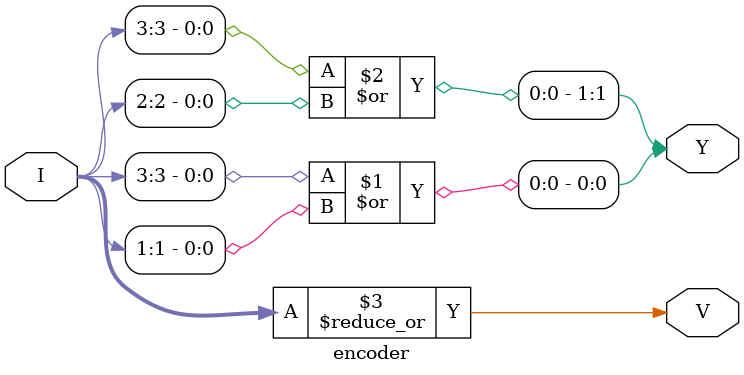
<source format=v>

module encoder(Y, V, I);
	input [3:0]I;
	output [1:0]Y;
	output V;

	assign Y={
		I[3] | I[2], 
		I[3] | I[1]
	};
	assign V = |I;

endmodule
</source>
